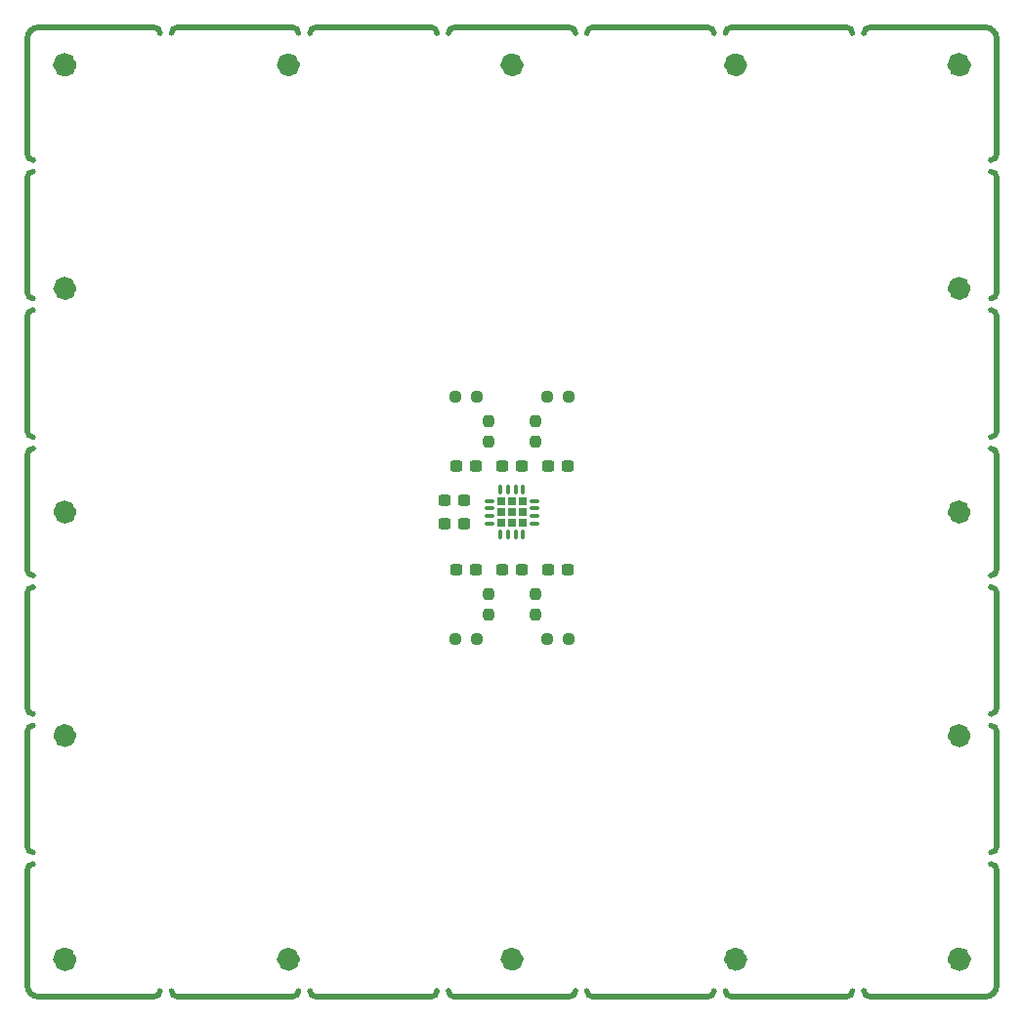
<source format=gtp>
G04 #@! TF.GenerationSoftware,KiCad,Pcbnew,(6.0.6)*
G04 #@! TF.CreationDate,2022-07-03T11:58:25+02:00*
G04 #@! TF.ProjectId,stencil,7374656e-6369-46c2-9e6b-696361645f70,rev?*
G04 #@! TF.SameCoordinates,Original*
G04 #@! TF.FileFunction,Paste,Top*
G04 #@! TF.FilePolarity,Positive*
%FSLAX46Y46*%
G04 Gerber Fmt 4.6, Leading zero omitted, Abs format (unit mm)*
G04 Created by KiCad (PCBNEW (6.0.6)) date 2022-07-03 11:58:25*
%MOMM*%
%LPD*%
G01*
G04 APERTURE LIST*
G04 Aperture macros list*
%AMRoundRect*
0 Rectangle with rounded corners*
0 $1 Rounding radius*
0 $2 $3 $4 $5 $6 $7 $8 $9 X,Y pos of 4 corners*
0 Add a 4 corners polygon primitive as box body*
4,1,4,$2,$3,$4,$5,$6,$7,$8,$9,$2,$3,0*
0 Add four circle primitives for the rounded corners*
1,1,$1+$1,$2,$3*
1,1,$1+$1,$4,$5*
1,1,$1+$1,$6,$7*
1,1,$1+$1,$8,$9*
0 Add four rect primitives between the rounded corners*
20,1,$1+$1,$2,$3,$4,$5,0*
20,1,$1+$1,$4,$5,$6,$7,0*
20,1,$1+$1,$6,$7,$8,$9,0*
20,1,$1+$1,$8,$9,$2,$3,0*%
G04 Aperture macros list end*
%ADD10C,0.500000*%
%ADD11C,1.000000*%
%ADD12C,1.050000*%
%ADD13RoundRect,0.237500X0.300000X0.237500X-0.300000X0.237500X-0.300000X-0.237500X0.300000X-0.237500X0*%
%ADD14RoundRect,0.237500X0.237500X-0.250000X0.237500X0.250000X-0.237500X0.250000X-0.237500X-0.250000X0*%
%ADD15RoundRect,0.182500X0.182500X0.182500X-0.182500X0.182500X-0.182500X-0.182500X0.182500X-0.182500X0*%
%ADD16RoundRect,0.087500X0.325000X0.087500X-0.325000X0.087500X-0.325000X-0.087500X0.325000X-0.087500X0*%
%ADD17RoundRect,0.087500X0.087500X0.325000X-0.087500X0.325000X-0.087500X-0.325000X0.087500X-0.325000X0*%
%ADD18RoundRect,0.237500X-0.237500X0.250000X-0.237500X-0.250000X0.237500X-0.250000X0.237500X0.250000X0*%
%ADD19RoundRect,0.237500X-0.250000X-0.237500X0.250000X-0.237500X0.250000X0.237500X-0.250000X0.237500X0*%
%ADD20RoundRect,0.237500X-0.300000X-0.237500X0.300000X-0.237500X0.300000X0.237500X-0.300000X0.237500X0*%
%ADD21RoundRect,0.237500X0.250000X0.237500X-0.250000X0.237500X-0.250000X-0.237500X0.250000X-0.237500X0*%
G04 APERTURE END LIST*
D10*
X138000000Y-108000000D02*
X148000000Y-108000000D01*
X114000000Y-108000000D02*
X124000000Y-108000000D01*
X149000000Y-85000000D02*
X149000000Y-95000000D01*
D11*
X146250000Y-66000000D02*
G75*
G03*
X146250000Y-66000000I-500000J0D01*
G01*
D10*
X148500000Y-83500000D02*
G75*
G03*
X149000000Y-83000000I0J500000D01*
G01*
D11*
X68750000Y-85375000D02*
G75*
G03*
X68750000Y-85375000I-500000J0D01*
G01*
D10*
X148500000Y-95500000D02*
G75*
G03*
X149000000Y-95000000I0J500000D01*
G01*
X78000000Y-24000000D02*
G75*
G03*
X77500000Y-24500000I0J-500000D01*
G01*
X112500000Y-24500000D02*
G75*
G03*
X112000000Y-24000000I-500000J0D01*
G01*
X66000000Y-108000000D02*
X76000000Y-108000000D01*
X148500000Y-35500000D02*
G75*
G03*
X149000000Y-35000000I0J500000D01*
G01*
X138000000Y-24000000D02*
X148000000Y-24000000D01*
X76500000Y-24500000D02*
G75*
G03*
X76000000Y-24000000I-500000J0D01*
G01*
X65000000Y-49000000D02*
X65000000Y-59000000D01*
X138000000Y-24000000D02*
G75*
G03*
X137500000Y-24500000I0J-500000D01*
G01*
X89500000Y-107500000D02*
G75*
G03*
X90000000Y-108000000I500000J0D01*
G01*
D11*
X88125000Y-104750000D02*
G75*
G03*
X88125000Y-104750000I-500000J0D01*
G01*
D10*
X149000000Y-73000000D02*
X149000000Y-83000000D01*
X100500000Y-24500000D02*
G75*
G03*
X100000000Y-24000000I-500000J0D01*
G01*
X148500000Y-47500000D02*
G75*
G03*
X149000000Y-47000000I0J500000D01*
G01*
X101500000Y-107500000D02*
G75*
G03*
X102000000Y-108000000I500000J0D01*
G01*
X149000000Y-61000000D02*
G75*
G03*
X148500000Y-60500000I-500000J0D01*
G01*
X136000000Y-108000000D02*
G75*
G03*
X136500000Y-107500000I0J500000D01*
G01*
X112000000Y-108000000D02*
G75*
G03*
X112500000Y-107500000I0J500000D01*
G01*
X149000000Y-85000000D02*
G75*
G03*
X148500000Y-84500000I-500000J0D01*
G01*
X65000000Y-35000000D02*
G75*
G03*
X65500000Y-35500000I500000J0D01*
G01*
X148500000Y-71500000D02*
G75*
G03*
X149000000Y-71000000I0J500000D01*
G01*
D11*
X88125000Y-27250000D02*
G75*
G03*
X88125000Y-27250000I-500000J0D01*
G01*
D12*
X146275000Y-104750000D02*
G75*
G03*
X146275000Y-104750000I-525000J0D01*
G01*
D10*
X100000000Y-108000000D02*
G75*
G03*
X100500000Y-107500000I0J500000D01*
G01*
D11*
X68750000Y-46625000D02*
G75*
G03*
X68750000Y-46625000I-500000J0D01*
G01*
D10*
X90000000Y-24000000D02*
G75*
G03*
X89500000Y-24500000I0J-500000D01*
G01*
X125500000Y-107500000D02*
G75*
G03*
X126000000Y-108000000I500000J0D01*
G01*
X65500000Y-84500000D02*
G75*
G03*
X65000000Y-85000000I0J-500000D01*
G01*
X137500000Y-107500000D02*
G75*
G03*
X138000000Y-108000000I500000J0D01*
G01*
D11*
X68750000Y-66000000D02*
G75*
G03*
X68750000Y-66000000I-500000J0D01*
G01*
D10*
X149000000Y-49000000D02*
G75*
G03*
X148500000Y-48500000I-500000J0D01*
G01*
X65500000Y-60500000D02*
G75*
G03*
X65000000Y-61000000I0J-500000D01*
G01*
X149000000Y-97000000D02*
G75*
G03*
X148500000Y-96500000I-500000J0D01*
G01*
X113500000Y-107500000D02*
G75*
G03*
X114000000Y-108000000I500000J0D01*
G01*
D12*
X146275000Y-27250000D02*
G75*
G03*
X146275000Y-27250000I-525000J0D01*
G01*
D10*
X65000000Y-85000000D02*
X65000000Y-95000000D01*
D12*
X68775000Y-104750000D02*
G75*
G03*
X68775000Y-104750000I-525000J0D01*
G01*
D10*
X102000000Y-24000000D02*
G75*
G03*
X101500000Y-24500000I0J-500000D01*
G01*
X65000000Y-97000000D02*
X65000000Y-107000000D01*
X114000000Y-24000000D02*
G75*
G03*
X113500000Y-24500000I0J-500000D01*
G01*
X126000000Y-24000000D02*
X136000000Y-24000000D01*
X126000000Y-24000000D02*
G75*
G03*
X125500000Y-24500000I0J-500000D01*
G01*
X65000000Y-107000000D02*
G75*
G03*
X66000000Y-108000000I1000000J0D01*
G01*
X148500000Y-59500000D02*
G75*
G03*
X149000000Y-59000000I0J500000D01*
G01*
X65000000Y-71000000D02*
G75*
G03*
X65500000Y-71500000I500000J0D01*
G01*
X65500000Y-48500000D02*
G75*
G03*
X65000000Y-49000000I0J-500000D01*
G01*
X65500000Y-36500000D02*
G75*
G03*
X65000000Y-37000000I0J-500000D01*
G01*
X65000000Y-95000000D02*
G75*
G03*
X65500000Y-95500000I500000J0D01*
G01*
X149000000Y-37000000D02*
X149000000Y-47000000D01*
X148000000Y-108000000D02*
G75*
G03*
X149000000Y-107000000I0J1000000D01*
G01*
X149000000Y-25000000D02*
X149000000Y-35000000D01*
X149000000Y-73000000D02*
G75*
G03*
X148500000Y-72500000I-500000J0D01*
G01*
X66000000Y-24000000D02*
G75*
G03*
X65000000Y-25000000I0J-1000000D01*
G01*
X102000000Y-24000000D02*
X112000000Y-24000000D01*
X90000000Y-108000000D02*
X100000000Y-108000000D01*
X149000000Y-25000000D02*
G75*
G03*
X148000000Y-24000000I-1000000J0D01*
G01*
X65000000Y-83000000D02*
G75*
G03*
X65500000Y-83500000I500000J0D01*
G01*
X149000000Y-37000000D02*
G75*
G03*
X148500000Y-36500000I-500000J0D01*
G01*
D12*
X68775000Y-27250000D02*
G75*
G03*
X68775000Y-27250000I-525000J0D01*
G01*
D10*
X65000000Y-25000000D02*
X65000000Y-35000000D01*
X90000000Y-24000000D02*
X100000000Y-24000000D01*
D11*
X146250000Y-46625000D02*
G75*
G03*
X146250000Y-46625000I-500000J0D01*
G01*
D10*
X66000000Y-24000000D02*
X76000000Y-24000000D01*
D11*
X126875000Y-27250000D02*
G75*
G03*
X126875000Y-27250000I-500000J0D01*
G01*
D10*
X65000000Y-73000000D02*
X65000000Y-83000000D01*
X88000000Y-108000000D02*
G75*
G03*
X88500000Y-107500000I0J500000D01*
G01*
X65000000Y-61000000D02*
X65000000Y-71000000D01*
X76000000Y-108000000D02*
G75*
G03*
X76500000Y-107500000I0J500000D01*
G01*
D11*
X107500000Y-27250000D02*
G75*
G03*
X107500000Y-27250000I-500000J0D01*
G01*
D10*
X124000000Y-108000000D02*
G75*
G03*
X124500000Y-107500000I0J500000D01*
G01*
X149000000Y-61000000D02*
X149000000Y-71000000D01*
X126000000Y-108000000D02*
X136000000Y-108000000D01*
X77500000Y-107500000D02*
G75*
G03*
X78000000Y-108000000I500000J0D01*
G01*
D11*
X107500000Y-104750000D02*
G75*
G03*
X107500000Y-104750000I-500000J0D01*
G01*
D10*
X65000000Y-37000000D02*
X65000000Y-47000000D01*
X78000000Y-108000000D02*
X88000000Y-108000000D01*
X102000000Y-108000000D02*
X112000000Y-108000000D01*
X65500000Y-72500000D02*
G75*
G03*
X65000000Y-73000000I0J-500000D01*
G01*
X114000000Y-24000000D02*
X124000000Y-24000000D01*
X136500000Y-24500000D02*
G75*
G03*
X136000000Y-24000000I-500000J0D01*
G01*
X149000000Y-97000000D02*
X149000000Y-107000000D01*
X65000000Y-59000000D02*
G75*
G03*
X65500000Y-59500000I500000J0D01*
G01*
X65000000Y-47000000D02*
G75*
G03*
X65500000Y-47500000I500000J0D01*
G01*
X124500000Y-24500000D02*
G75*
G03*
X124000000Y-24000000I-500000J0D01*
G01*
X65500000Y-96500000D02*
G75*
G03*
X65000000Y-97000000I0J-500000D01*
G01*
D11*
X146250000Y-85375000D02*
G75*
G03*
X146250000Y-85375000I-500000J0D01*
G01*
D10*
X78000000Y-24000000D02*
X88000000Y-24000000D01*
X88500000Y-24500000D02*
G75*
G03*
X88000000Y-24000000I-500000J0D01*
G01*
D11*
X126875000Y-104750000D02*
G75*
G03*
X126875000Y-104750000I-500000J0D01*
G01*
D10*
X149000000Y-49000000D02*
X149000000Y-59000000D01*
D13*
G04 #@! TO.C,C8*
X102862500Y-67000000D03*
X101137500Y-67000000D03*
G04 #@! TD*
D14*
G04 #@! TO.C,R8*
X105000000Y-74912500D03*
X105000000Y-73087500D03*
G04 #@! TD*
G04 #@! TO.C,R7*
X109000000Y-74912500D03*
X109000000Y-73087500D03*
G04 #@! TD*
D15*
G04 #@! TO.C,U1*
X106100000Y-66000000D03*
X107000000Y-65100000D03*
X107900000Y-66000000D03*
X106100000Y-66900000D03*
X107000000Y-66900000D03*
X107900000Y-66900000D03*
X107000000Y-66000000D03*
X107900000Y-65100000D03*
X106100000Y-65100000D03*
D16*
X108962500Y-66975000D03*
X108962500Y-66325000D03*
X108962500Y-65675000D03*
X108962500Y-65025000D03*
D17*
X107975000Y-64037500D03*
X107325000Y-64037500D03*
X106675000Y-64037500D03*
X106025000Y-64037500D03*
D16*
X105037500Y-65025000D03*
X105037500Y-65675000D03*
X105037500Y-66325000D03*
X105037500Y-66975000D03*
D17*
X106025000Y-67962500D03*
X106675000Y-67962500D03*
X107325000Y-67962500D03*
X107975000Y-67962500D03*
G04 #@! TD*
D18*
G04 #@! TO.C,R6*
X109000000Y-58087500D03*
X109000000Y-59912500D03*
G04 #@! TD*
D19*
G04 #@! TO.C,R2*
X110087500Y-56000000D03*
X111912500Y-56000000D03*
G04 #@! TD*
D20*
G04 #@! TO.C,C1*
X102137500Y-62000000D03*
X103862500Y-62000000D03*
G04 #@! TD*
D21*
G04 #@! TO.C,R3*
X111912500Y-77000000D03*
X110087500Y-77000000D03*
G04 #@! TD*
D13*
G04 #@! TO.C,C6*
X103862500Y-71000000D03*
X102137500Y-71000000D03*
G04 #@! TD*
G04 #@! TO.C,C5*
X107862500Y-71000000D03*
X106137500Y-71000000D03*
G04 #@! TD*
D20*
G04 #@! TO.C,C2*
X106137500Y-62000000D03*
X107862500Y-62000000D03*
G04 #@! TD*
D21*
G04 #@! TO.C,R4*
X103912500Y-77000000D03*
X102087500Y-77000000D03*
G04 #@! TD*
D20*
G04 #@! TO.C,C3*
X110137500Y-62000000D03*
X111862500Y-62000000D03*
G04 #@! TD*
D13*
G04 #@! TO.C,C7*
X102862500Y-65000000D03*
X101137500Y-65000000D03*
G04 #@! TD*
D18*
G04 #@! TO.C,R5*
X105000000Y-58087500D03*
X105000000Y-59912500D03*
G04 #@! TD*
D13*
G04 #@! TO.C,C4*
X111862500Y-71000000D03*
X110137500Y-71000000D03*
G04 #@! TD*
D19*
G04 #@! TO.C,R1*
X102087500Y-56000000D03*
X103912500Y-56000000D03*
G04 #@! TD*
M02*

</source>
